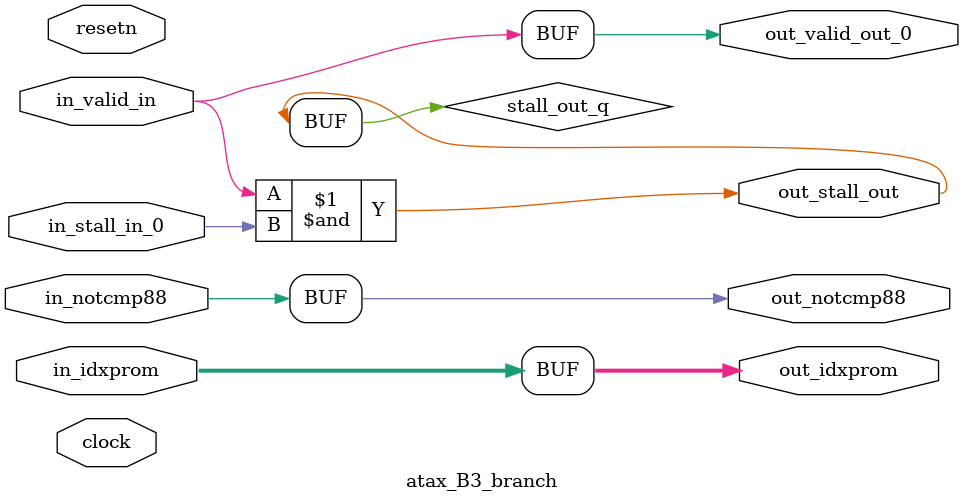
<source format=sv>



(* altera_attribute = "-name AUTO_SHIFT_REGISTER_RECOGNITION OFF; -name MESSAGE_DISABLE 10036; -name MESSAGE_DISABLE 10037; -name MESSAGE_DISABLE 14130; -name MESSAGE_DISABLE 14320; -name MESSAGE_DISABLE 15400; -name MESSAGE_DISABLE 14130; -name MESSAGE_DISABLE 10036; -name MESSAGE_DISABLE 12020; -name MESSAGE_DISABLE 12030; -name MESSAGE_DISABLE 12010; -name MESSAGE_DISABLE 12110; -name MESSAGE_DISABLE 14320; -name MESSAGE_DISABLE 13410; -name MESSAGE_DISABLE 113007; -name MESSAGE_DISABLE 10958" *)
module atax_B3_branch (
    input wire [63:0] in_idxprom,
    input wire [0:0] in_notcmp88,
    input wire [0:0] in_stall_in_0,
    input wire [0:0] in_valid_in,
    output wire [63:0] out_idxprom,
    output wire [0:0] out_notcmp88,
    output wire [0:0] out_stall_out,
    output wire [0:0] out_valid_out_0,
    input wire clock,
    input wire resetn
    );

    wire [0:0] stall_out_q;


    // out_idxprom(GPOUT,6)
    assign out_idxprom = in_idxprom;

    // out_notcmp88(GPOUT,7)
    assign out_notcmp88 = in_notcmp88;

    // stall_out(LOGICAL,10)
    assign stall_out_q = in_valid_in & in_stall_in_0;

    // out_stall_out(GPOUT,8)
    assign out_stall_out = stall_out_q;

    // out_valid_out_0(GPOUT,9)
    assign out_valid_out_0 = in_valid_in;

endmodule

</source>
